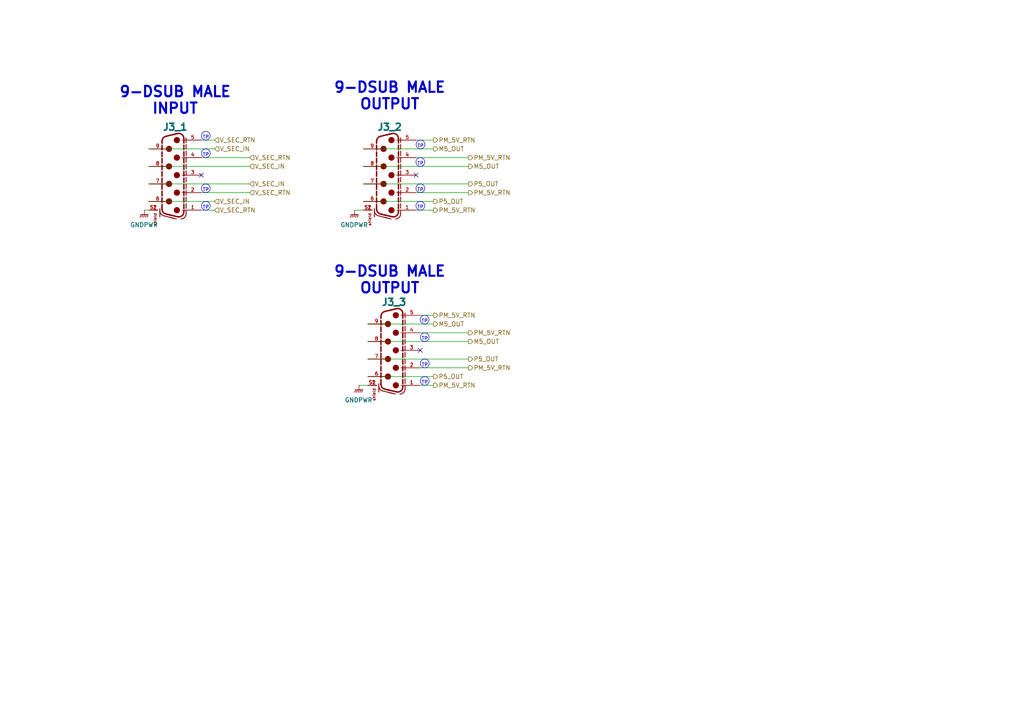
<source format=kicad_sch>
(kicad_sch
	(version 20250114)
	(generator "eeschema")
	(generator_version "9.0")
	(uuid "28582b8f-e411-4a26-9ef1-e64bb425344e")
	(paper "A4")
	(lib_symbols
		(symbol "Wurth_Elektronik:6180XX231121_618009231121"
			(pin_names
				(offset 1.016)
			)
			(exclude_from_sim no)
			(in_bom yes)
			(on_board yes)
			(property "Reference" "J"
				(at 13.78 1.66 0)
				(effects
					(font
						(size 1.27 1.27)
					)
					(justify left bottom)
				)
			)
			(property "Value" "618009231121"
				(at 0 0 0)
				(effects
					(font
						(size 1.27 1.27)
					)
					(justify bottom)
					(hide yes)
				)
			)
			(property "Footprint" "6180XX231121_618009231121:618009231121"
				(at 0 0 0)
				(effects
					(font
						(size 1.27 1.27)
					)
					(justify bottom)
					(hide yes)
				)
			)
			(property "Datasheet" "https://www.we-online.com/components/products/datasheet/618009231121.pdf"
				(at 0 0 0)
				(effects
					(font
						(size 1.27 1.27)
					)
					(hide yes)
				)
			)
			(property "Description" "9 Position D-Sub Plug, Male Pins Connector"
				(at 0 0 0)
				(effects
					(font
						(size 1.27 1.27)
					)
					(hide yes)
				)
			)
			(property "Manufacturer" "Würth Elektronik"
				(at 0 0 0)
				(effects
					(font
						(size 1.27 1.27)
					)
					(justify bottom)
					(hide yes)
				)
			)
			(property "Description_1" "\nSOCKET, D SUB, PCB, R/A, 9WAY; No. of Contacts:9Contacts; Gender:Receptacle; Contact Termination Type:Solder; D Sub Shell Size:DE; Product Range:WR-DSUB Series; Connector Body Material:Steel Body; Contact Material:Copper Alloy; Contact Plating:Gold Plated Contacts; SVHC:Lead (15-Jan-2019); Connector Mounting:Through Hole Mount Right Angle; Contact Termination:Solder; D Sub Connector Type:Standard; No. of Mating Cycles:50\n"
				(at 0 0 0)
				(effects
					(font
						(size 1.27 1.27)
					)
					(justify bottom)
					(hide yes)
				)
			)
			(property "Package" "-"
				(at 0 0 0)
				(effects
					(font
						(size 1.27 1.27)
					)
					(justify bottom)
					(hide yes)
				)
			)
			(property "Purchase-URL" "https://www.snapeda.com/api/url_track_click_mouser/?unipart_id=1118240&manufacturer=Würth Elektronik&part_name=618009231121&search_term=618009231121"
				(at 0 0 0)
				(effects
					(font
						(size 1.27 1.27)
					)
					(justify bottom)
					(hide yes)
				)
			)
			(property "GENDER" "Female"
				(at 0 0 0)
				(effects
					(font
						(size 1.27 1.27)
					)
					(justify bottom)
					(hide yes)
				)
			)
			(property "Price" "None"
				(at 0 0 0)
				(effects
					(font
						(size 1.27 1.27)
					)
					(justify bottom)
					(hide yes)
				)
			)
			(property "PART-NUMBER" "618009231121"
				(at 0 0 0)
				(effects
					(font
						(size 1.27 1.27)
					)
					(justify bottom)
					(hide yes)
				)
			)
			(property "SnapEDA_Link" "https://www.snapeda.com/parts/618009231121/Wurth+Elektronik/view-part/?ref=snap"
				(at 0 0 0)
				(effects
					(font
						(size 1.27 1.27)
					)
					(justify bottom)
					(hide yes)
				)
			)
			(property "DATASHEET-URL" "https://www.we-online.com/redexpert/spec/618009231121?ae"
				(at 0 0 0)
				(effects
					(font
						(size 1.27 1.27)
					)
					(justify bottom)
					(hide yes)
				)
			)
			(property "Man. Part Num" "618009231121"
				(at 0 0 0)
				(effects
					(font
						(size 1.27 1.27)
					)
					(justify bottom)
					(hide yes)
				)
			)
			(property "WORKING-VOLTAGE" "125 V(AC)"
				(at 0 0 0)
				(effects
					(font
						(size 1.27 1.27)
					)
					(justify bottom)
					(hide yes)
				)
			)
			(property "PINS" "9"
				(at 0 0 0)
				(effects
					(font
						(size 1.27 1.27)
					)
					(justify bottom)
					(hide yes)
				)
			)
			(property "WE-NUMBER" "618009231121"
				(at 0 0 0)
				(effects
					(font
						(size 1.27 1.27)
					)
					(justify bottom)
					(hide yes)
				)
			)
			(property "TYPE" "Angled"
				(at 0 0 0)
				(effects
					(font
						(size 1.27 1.27)
					)
					(justify bottom)
					(hide yes)
				)
			)
			(property "Availability" "In Stock"
				(at 0 0 0)
				(effects
					(font
						(size 1.27 1.27)
					)
					(justify bottom)
					(hide yes)
				)
			)
			(property "Check_prices" "https://www.snapeda.com/parts/618009231121/Wurth+Elektronik/view-part/?ref=eda"
				(at 0 0 0)
				(effects
					(font
						(size 1.27 1.27)
					)
					(justify bottom)
					(hide yes)
				)
			)
			(property "Part Type" "Through Hole"
				(at 0 0 0)
				(effects
					(font
						(size 1.27 1.27)
					)
					(hide yes)
				)
			)
			(property "Distributor" "Digi-Key"
				(at 0 0 0)
				(effects
					(font
						(size 1.27 1.27)
					)
					(hide yes)
				)
			)
			(property "Dist. Part Num" "732-618009231121-ND"
				(at 0 0 0)
				(effects
					(font
						(size 1.27 1.27)
					)
					(hide yes)
				)
			)
			(property "Notes" ""
				(at 0 0 0)
				(effects
					(font
						(size 1.27 1.27)
					)
					(hide yes)
				)
			)
			(symbol "6180XX231121_618009231121_0_0"
				(polyline
					(pts
						(xy -11.7108 -0.8009) (xy -12.0642 0.6952)
					)
					(stroke
						(width 0.4064)
						(type default)
					)
					(fill
						(type none)
					)
				)
				(polyline
					(pts
						(xy -11.2729 -2.6548) (xy -11.9182 0.0772)
					)
					(stroke
						(width 0.4064)
						(type default)
					)
					(fill
						(type none)
					)
				)
				(polyline
					(pts
						(xy -10.795 3.175) (xy -9.4305 3.175)
					)
					(stroke
						(width 0.254)
						(type default)
					)
					(fill
						(type none)
					)
				)
				(polyline
					(pts
						(xy -10.6044 2.54) (xy -9.3113 2.54)
					)
					(stroke
						(width 0.4064)
						(type default)
					)
					(fill
						(type none)
					)
				)
				(arc
					(start -12.0642 0.6952)
					(mid -11.7806 1.9708)
					(end -10.6044 2.54)
					(stroke
						(width 0.4064)
						(type default)
					)
					(fill
						(type none)
					)
				)
				(polyline
					(pts
						(xy -10.16 2.58) (xy -10.16 1.935)
					)
					(stroke
						(width 0.1524)
						(type default)
					)
					(fill
						(type none)
					)
				)
				(polyline
					(pts
						(xy -10.16 0.675) (xy -10.16 1.3)
					)
					(stroke
						(width 0.1524)
						(type default)
					)
					(fill
						(type none)
					)
				)
				(circle
					(center -10.16 0.508)
					(radius 0.762)
					(stroke
						(width 0.254)
						(type default)
					)
					(fill
						(type outline)
					)
				)
				(arc
					(start -9.8131 -3.81)
					(mid -10.7439 -3.4862)
					(end -11.2729 -2.6548)
					(stroke
						(width 0.4064)
						(type default)
					)
					(fill
						(type none)
					)
				)
				(polyline
					(pts
						(xy -9.237 -3.81) (xy -9.8131 -3.81)
					)
					(stroke
						(width 0.4064)
						(type default)
					)
					(fill
						(type none)
					)
				)
				(polyline
					(pts
						(xy -8.89 3.175) (xy -7.5255 3.175)
					)
					(stroke
						(width 0.254)
						(type default)
					)
					(fill
						(type none)
					)
				)
				(polyline
					(pts
						(xy -8.6994 2.54) (xy -7.4063 2.54)
					)
					(stroke
						(width 0.4064)
						(type default)
					)
					(fill
						(type none)
					)
				)
				(circle
					(center -7.62 -1.778)
					(radius 0.762)
					(stroke
						(width 0.254)
						(type default)
					)
					(fill
						(type outline)
					)
				)
				(polyline
					(pts
						(xy -7.332 -3.81) (xy -8.6596 -3.81)
					)
					(stroke
						(width 0.4064)
						(type default)
					)
					(fill
						(type none)
					)
				)
				(polyline
					(pts
						(xy -6.985 3.175) (xy -5.6205 3.175)
					)
					(stroke
						(width 0.254)
						(type default)
					)
					(fill
						(type none)
					)
				)
				(polyline
					(pts
						(xy -6.7944 2.54) (xy -5.5013 2.54)
					)
					(stroke
						(width 0.4064)
						(type default)
					)
					(fill
						(type none)
					)
				)
				(polyline
					(pts
						(xy -5.427 -3.81) (xy -6.7546 -3.81)
					)
					(stroke
						(width 0.4064)
						(type default)
					)
					(fill
						(type none)
					)
				)
				(polyline
					(pts
						(xy -5.08 3.175) (xy -3.7155 3.175)
					)
					(stroke
						(width 0.254)
						(type default)
					)
					(fill
						(type none)
					)
				)
				(polyline
					(pts
						(xy -5.08 2.58) (xy -5.08 1.935)
					)
					(stroke
						(width 0.1524)
						(type default)
					)
					(fill
						(type none)
					)
				)
				(polyline
					(pts
						(xy -5.08 0.675) (xy -5.08 1.3)
					)
					(stroke
						(width 0.1524)
						(type default)
					)
					(fill
						(type none)
					)
				)
				(circle
					(center -5.08 0.508)
					(radius 0.762)
					(stroke
						(width 0.254)
						(type default)
					)
					(fill
						(type outline)
					)
				)
				(polyline
					(pts
						(xy -4.8894 2.54) (xy -3.5963 2.54)
					)
					(stroke
						(width 0.4064)
						(type default)
					)
					(fill
						(type none)
					)
				)
				(polyline
					(pts
						(xy -3.522 -3.81) (xy -4.8496 -3.81)
					)
					(stroke
						(width 0.4064)
						(type default)
					)
					(fill
						(type none)
					)
				)
				(polyline
					(pts
						(xy -3.175 3.175) (xy -1.8105 3.175)
					)
					(stroke
						(width 0.254)
						(type default)
					)
					(fill
						(type none)
					)
				)
				(polyline
					(pts
						(xy -2.9844 2.54) (xy -1.6913 2.54)
					)
					(stroke
						(width 0.4064)
						(type default)
					)
					(fill
						(type none)
					)
				)
				(circle
					(center -2.54 -1.778)
					(radius 0.762)
					(stroke
						(width 0.254)
						(type default)
					)
					(fill
						(type outline)
					)
				)
				(polyline
					(pts
						(xy -1.617 -3.81) (xy -2.9446 -3.81)
					)
					(stroke
						(width 0.4064)
						(type default)
					)
					(fill
						(type none)
					)
				)
				(polyline
					(pts
						(xy -1.27 3.175) (xy 0.0945 3.175)
					)
					(stroke
						(width 0.254)
						(type default)
					)
					(fill
						(type none)
					)
				)
				(polyline
					(pts
						(xy -1.0794 2.54) (xy 0.2137 2.54)
					)
					(stroke
						(width 0.4064)
						(type default)
					)
					(fill
						(type none)
					)
				)
				(polyline
					(pts
						(xy 0 2.58) (xy 0 1.935)
					)
					(stroke
						(width 0.1524)
						(type default)
					)
					(fill
						(type none)
					)
				)
				(polyline
					(pts
						(xy 0 0.675) (xy 0 1.3)
					)
					(stroke
						(width 0.1524)
						(type default)
					)
					(fill
						(type none)
					)
				)
				(circle
					(center 0 0.508)
					(radius 0.762)
					(stroke
						(width 0.254)
						(type default)
					)
					(fill
						(type outline)
					)
				)
				(polyline
					(pts
						(xy 0.288 -3.81) (xy -1.0396 -3.81)
					)
					(stroke
						(width 0.4064)
						(type default)
					)
					(fill
						(type none)
					)
				)
				(polyline
					(pts
						(xy 0.635 3.175) (xy 1.9996 3.175)
					)
					(stroke
						(width 0.254)
						(type default)
					)
					(fill
						(type none)
					)
				)
				(polyline
					(pts
						(xy 0.8256 2.54) (xy 2.1187 2.54)
					)
					(stroke
						(width 0.4064)
						(type default)
					)
					(fill
						(type none)
					)
				)
				(polyline
					(pts
						(xy 2.1931 -3.81) (xy 0.8654 -3.81)
					)
					(stroke
						(width 0.4064)
						(type default)
					)
					(fill
						(type none)
					)
				)
				(polyline
					(pts
						(xy 2.54 3.175) (xy 3.9046 3.175)
					)
					(stroke
						(width 0.254)
						(type default)
					)
					(fill
						(type none)
					)
				)
				(circle
					(center 2.54 -1.778)
					(radius 0.762)
					(stroke
						(width 0.254)
						(type default)
					)
					(fill
						(type outline)
					)
				)
				(polyline
					(pts
						(xy 2.7306 2.54) (xy 4.0237 2.54)
					)
					(stroke
						(width 0.4064)
						(type default)
					)
					(fill
						(type none)
					)
				)
				(polyline
					(pts
						(xy 4.0981 -3.81) (xy 2.7704 -3.81)
					)
					(stroke
						(width 0.4064)
						(type default)
					)
					(fill
						(type none)
					)
				)
				(polyline
					(pts
						(xy 4.445 3.175) (xy 5.8096 3.175)
					)
					(stroke
						(width 0.254)
						(type default)
					)
					(fill
						(type none)
					)
				)
				(polyline
					(pts
						(xy 4.6356 2.54) (xy 5.9287 2.54)
					)
					(stroke
						(width 0.4064)
						(type default)
					)
					(fill
						(type none)
					)
				)
				(polyline
					(pts
						(xy 5.08 2.58) (xy 5.08 1.935)
					)
					(stroke
						(width 0.1524)
						(type default)
					)
					(fill
						(type none)
					)
				)
				(polyline
					(pts
						(xy 5.08 0.675) (xy 5.08 1.3)
					)
					(stroke
						(width 0.1524)
						(type default)
					)
					(fill
						(type none)
					)
				)
				(circle
					(center 5.08 0.508)
					(radius 0.762)
					(stroke
						(width 0.254)
						(type default)
					)
					(fill
						(type outline)
					)
				)
				(polyline
					(pts
						(xy 6.0031 -3.81) (xy 4.6754 -3.81)
					)
					(stroke
						(width 0.4064)
						(type default)
					)
					(fill
						(type none)
					)
				)
				(polyline
					(pts
						(xy 6.35 3.175) (xy 7.7146 3.175)
					)
					(stroke
						(width 0.254)
						(type default)
					)
					(fill
						(type none)
					)
				)
				(polyline
					(pts
						(xy 6.5406 2.54) (xy 7.8337 2.54)
					)
					(stroke
						(width 0.4064)
						(type default)
					)
					(fill
						(type none)
					)
				)
				(circle
					(center 7.62 -1.778)
					(radius 0.762)
					(stroke
						(width 0.254)
						(type default)
					)
					(fill
						(type outline)
					)
				)
				(polyline
					(pts
						(xy 7.9081 -3.81) (xy 6.5804 -3.81)
					)
					(stroke
						(width 0.4064)
						(type default)
					)
					(fill
						(type none)
					)
				)
				(polyline
					(pts
						(xy 8.255 3.175) (xy 9.6196 3.175)
					)
					(stroke
						(width 0.254)
						(type default)
					)
					(fill
						(type none)
					)
				)
				(polyline
					(pts
						(xy 8.4456 2.54) (xy 9.7387 2.54)
					)
					(stroke
						(width 0.4064)
						(type default)
					)
					(fill
						(type none)
					)
				)
				(arc
					(start 11.2729 -2.6548)
					(mid 10.7439 -3.4863)
					(end 9.8131 -3.81)
					(stroke
						(width 0.4064)
						(type default)
					)
					(fill
						(type none)
					)
				)
				(polyline
					(pts
						(xy 9.8131 -3.81) (xy 8.4854 -3.81)
					)
					(stroke
						(width 0.4064)
						(type default)
					)
					(fill
						(type none)
					)
				)
				(polyline
					(pts
						(xy 10.16 3.175) (xy 11.2 3.175)
					)
					(stroke
						(width 0.254)
						(type default)
					)
					(fill
						(type none)
					)
				)
				(polyline
					(pts
						(xy 10.16 2.58) (xy 10.16 1.935)
					)
					(stroke
						(width 0.1524)
						(type default)
					)
					(fill
						(type none)
					)
				)
				(polyline
					(pts
						(xy 10.16 0.675) (xy 10.16 1.3)
					)
					(stroke
						(width 0.1524)
						(type default)
					)
					(fill
						(type none)
					)
				)
				(circle
					(center 10.16 0.508)
					(radius 0.762)
					(stroke
						(width 0.254)
						(type default)
					)
					(fill
						(type outline)
					)
				)
				(polyline
					(pts
						(xy 10.16 -4.445) (xy 10.16 -4.445)
					)
					(stroke
						(width 0.254)
						(type default)
					)
					(fill
						(type none)
					)
				)
				(polyline
					(pts
						(xy 10.16 -6.35) (xy 10.16 -5.08)
					)
					(stroke
						(width 0.254)
						(type default)
					)
					(fill
						(type none)
					)
				)
				(polyline
					(pts
						(xy 10.2 -4.44) (xy 9.6938 -4.44)
					)
					(stroke
						(width 0.254)
						(type default)
					)
					(fill
						(type none)
					)
				)
				(arc
					(start 11.7841 -3.3038)
					(mid 11.2519 -4.1219)
					(end 10.3288 -4.44)
					(stroke
						(width 0.254)
						(type default)
					)
					(fill
						(type none)
					)
				)
				(polyline
					(pts
						(xy 10.3506 2.54) (xy 10.6044 2.54)
					)
					(stroke
						(width 0.4064)
						(type default)
					)
					(fill
						(type none)
					)
				)
				(arc
					(start 10.6044 2.54)
					(mid 11.7804 1.9707)
					(end 12.0642 0.6952)
					(stroke
						(width 0.4064)
						(type default)
					)
					(fill
						(type none)
					)
				)
				(arc
					(start 11.2 3.175)
					(mid 12.2607 2.7357)
					(end 12.7 1.675)
					(stroke
						(width 0.254)
						(type default)
					)
					(fill
						(type none)
					)
				)
				(polyline
					(pts
						(xy 11.6263 -1.1588) (xy 11.2729 -2.6548)
					)
					(stroke
						(width 0.4064)
						(type default)
					)
					(fill
						(type none)
					)
				)
				(polyline
					(pts
						(xy 11.7841 -3.3038) (xy 12.546 -0.256)
					)
					(stroke
						(width 0.254)
						(type default)
					)
					(fill
						(type none)
					)
				)
				(polyline
					(pts
						(xy 12.0642 0.6952) (xy 11.4189 -2.0369)
					)
					(stroke
						(width 0.4064)
						(type default)
					)
					(fill
						(type none)
					)
				)
				(polyline
					(pts
						(xy 12.105 -4.44) (xy 10.3288 -4.44)
					)
					(stroke
						(width 0.254)
						(type default)
					)
					(fill
						(type none)
					)
				)
				(polyline
					(pts
						(xy 12.2461 -1.4557) (xy 12.7 0.36)
					)
					(stroke
						(width 0.254)
						(type default)
					)
					(fill
						(type none)
					)
				)
				(text "shield"
					(at 10.9 -5.32 0)
					(effects
						(font
							(size 0.8128 0.8128)
						)
						(justify left bottom)
					)
				)
				(pin bidirectional line
					(at -10.16 7.62 270)
					(length 5.08)
					(name "~"
						(effects
							(font
								(size 1.016 1.016)
							)
						)
					)
					(number "5"
						(effects
							(font
								(size 1.016 1.016)
							)
						)
					)
				)
				(pin bidirectional line
					(at -7.62 -7.62 90)
					(length 5.08)
					(name "~"
						(effects
							(font
								(size 1.016 1.016)
							)
						)
					)
					(number "9"
						(effects
							(font
								(size 1.016 1.016)
							)
						)
					)
				)
				(pin bidirectional line
					(at -5.08 7.62 270)
					(length 5.08)
					(name "~"
						(effects
							(font
								(size 1.016 1.016)
							)
						)
					)
					(number "4"
						(effects
							(font
								(size 1.016 1.016)
							)
						)
					)
				)
				(pin bidirectional line
					(at -2.54 -7.62 90)
					(length 5.08)
					(name "~"
						(effects
							(font
								(size 1.016 1.016)
							)
						)
					)
					(number "8"
						(effects
							(font
								(size 1.016 1.016)
							)
						)
					)
				)
				(pin bidirectional line
					(at 0 7.62 270)
					(length 5.08)
					(name "~"
						(effects
							(font
								(size 1.016 1.016)
							)
						)
					)
					(number "3"
						(effects
							(font
								(size 1.016 1.016)
							)
						)
					)
				)
				(pin bidirectional line
					(at 2.54 -7.62 90)
					(length 5.08)
					(name "~"
						(effects
							(font
								(size 1.016 1.016)
							)
						)
					)
					(number "7"
						(effects
							(font
								(size 1.016 1.016)
							)
						)
					)
				)
				(pin bidirectional line
					(at 5.08 7.62 270)
					(length 5.08)
					(name "~"
						(effects
							(font
								(size 1.016 1.016)
							)
						)
					)
					(number "2"
						(effects
							(font
								(size 1.016 1.016)
							)
						)
					)
				)
				(pin bidirectional line
					(at 10.16 7.62 270)
					(length 5.08)
					(name "~"
						(effects
							(font
								(size 1.016 1.016)
							)
						)
					)
					(number "1"
						(effects
							(font
								(size 1.016 1.016)
							)
						)
					)
				)
				(pin bidirectional line
					(at 10.16 -7.62 90)
					(length 2.54)
					(name "~"
						(effects
							(font
								(size 1.016 1.016)
							)
						)
					)
					(number "S2"
						(effects
							(font
								(size 1.016 1.016)
							)
						)
					)
				)
			)
			(symbol "6180XX231121_618009231121_1_0"
				(pin bidirectional line
					(at 7.62 -7.62 90)
					(length 5.08)
					(name "~"
						(effects
							(font
								(size 1.016 1.016)
							)
						)
					)
					(number "6"
						(effects
							(font
								(size 1.016 1.016)
							)
						)
					)
				)
				(pin bidirectional line
					(at 10.16 -7.62 90)
					(length 2.54)
					(name "~"
						(effects
							(font
								(size 1.016 1.016)
							)
						)
					)
					(number "S1"
						(effects
							(font
								(size 1.016 1.016)
							)
						)
					)
				)
			)
			(embedded_fonts no)
		)
		(symbol "power:GNDPWR"
			(power)
			(pin_numbers
				(hide yes)
			)
			(pin_names
				(offset 0)
				(hide yes)
			)
			(exclude_from_sim no)
			(in_bom yes)
			(on_board yes)
			(property "Reference" "#PWR"
				(at 0 -5.08 0)
				(effects
					(font
						(size 1.27 1.27)
					)
					(hide yes)
				)
			)
			(property "Value" "GNDPWR"
				(at 0 -3.302 0)
				(effects
					(font
						(size 1.27 1.27)
					)
				)
			)
			(property "Footprint" ""
				(at 0 -1.27 0)
				(effects
					(font
						(size 1.27 1.27)
					)
					(hide yes)
				)
			)
			(property "Datasheet" ""
				(at 0 -1.27 0)
				(effects
					(font
						(size 1.27 1.27)
					)
					(hide yes)
				)
			)
			(property "Description" "Power symbol creates a global label with name \"GNDPWR\" , global ground"
				(at 0 0 0)
				(effects
					(font
						(size 1.27 1.27)
					)
					(hide yes)
				)
			)
			(property "ki_keywords" "global ground"
				(at 0 0 0)
				(effects
					(font
						(size 1.27 1.27)
					)
					(hide yes)
				)
			)
			(symbol "GNDPWR_0_1"
				(polyline
					(pts
						(xy -1.016 -1.27) (xy -1.27 -2.032) (xy -1.27 -2.032)
					)
					(stroke
						(width 0.2032)
						(type default)
					)
					(fill
						(type none)
					)
				)
				(polyline
					(pts
						(xy -0.508 -1.27) (xy -0.762 -2.032) (xy -0.762 -2.032)
					)
					(stroke
						(width 0.2032)
						(type default)
					)
					(fill
						(type none)
					)
				)
				(polyline
					(pts
						(xy 0 -1.27) (xy 0 0)
					)
					(stroke
						(width 0)
						(type default)
					)
					(fill
						(type none)
					)
				)
				(polyline
					(pts
						(xy 0 -1.27) (xy -0.254 -2.032) (xy -0.254 -2.032)
					)
					(stroke
						(width 0.2032)
						(type default)
					)
					(fill
						(type none)
					)
				)
				(polyline
					(pts
						(xy 0.508 -1.27) (xy 0.254 -2.032) (xy 0.254 -2.032)
					)
					(stroke
						(width 0.2032)
						(type default)
					)
					(fill
						(type none)
					)
				)
				(polyline
					(pts
						(xy 1.016 -1.27) (xy -1.016 -1.27) (xy -1.016 -1.27)
					)
					(stroke
						(width 0.2032)
						(type default)
					)
					(fill
						(type none)
					)
				)
				(polyline
					(pts
						(xy 1.016 -1.27) (xy 0.762 -2.032) (xy 0.762 -2.032) (xy 0.762 -2.032)
					)
					(stroke
						(width 0.2032)
						(type default)
					)
					(fill
						(type none)
					)
				)
			)
			(symbol "GNDPWR_1_1"
				(pin power_in line
					(at 0 0 270)
					(length 0)
					(name "~"
						(effects
							(font
								(size 1.27 1.27)
							)
						)
					)
					(number "1"
						(effects
							(font
								(size 1.27 1.27)
							)
						)
					)
				)
			)
			(embedded_fonts no)
		)
	)
	(circle
		(center 59.69 39.37)
		(radius 1.27)
		(stroke
			(width 0)
			(type default)
		)
		(fill
			(type none)
		)
		(uuid 1611ae34-9ad1-4527-9f74-0ab4e9c791a7)
	)
	(circle
		(center 123.158 92.71)
		(radius 1.27)
		(stroke
			(width 0)
			(type default)
		)
		(fill
			(type none)
		)
		(uuid 48c9cefe-1d5e-4d54-b7b2-9b5e835984d9)
	)
	(circle
		(center 123.19 110.49)
		(radius 1.27)
		(stroke
			(width 0)
			(type default)
		)
		(fill
			(type none)
		)
		(uuid 53555054-8783-4acf-8b6a-4b8445fe593d)
	)
	(circle
		(center 121.92 59.69)
		(radius 1.27)
		(stroke
			(width 0)
			(type default)
		)
		(fill
			(type none)
		)
		(uuid 5fe45be1-1d6b-4876-9dc9-9702380a8834)
	)
	(circle
		(center 121.9577 41.91)
		(radius 1.27)
		(stroke
			(width 0)
			(type default)
		)
		(fill
			(type none)
		)
		(uuid 772c5aca-94df-46d3-8794-3a8918ed6602)
	)
	(circle
		(center 59.69 44.45)
		(radius 1.27)
		(stroke
			(width 0)
			(type default)
		)
		(fill
			(type none)
		)
		(uuid 8d792f01-964f-4025-aa93-9ce4666fc93c)
	)
	(circle
		(center 121.92 54.61)
		(radius 1.27)
		(stroke
			(width 0)
			(type default)
		)
		(fill
			(type none)
		)
		(uuid 99f6b306-c237-4cfd-bfc1-8faebc0bcb50)
	)
	(circle
		(center 123.206 105.41)
		(radius 1.27)
		(stroke
			(width 0)
			(type default)
		)
		(fill
			(type none)
		)
		(uuid c1225f42-6184-4412-b66a-642af21ef686)
	)
	(circle
		(center 121.92 46.99)
		(radius 1.27)
		(stroke
			(width 0)
			(type default)
		)
		(fill
			(type none)
		)
		(uuid da33328b-000c-4caf-8bf9-b69b19f26549)
	)
	(circle
		(center 59.69 54.61)
		(radius 1.27)
		(stroke
			(width 0)
			(type default)
		)
		(fill
			(type none)
		)
		(uuid e6823f25-879a-49cf-adb1-d65c1fb2a7cb)
	)
	(circle
		(center 123.19 97.79)
		(radius 1.27)
		(stroke
			(width 0)
			(type default)
		)
		(fill
			(type none)
		)
		(uuid e7c440aa-8b4a-4319-8872-5b41a3182682)
	)
	(circle
		(center 59.69 59.69)
		(radius 1.27)
		(stroke
			(width 0)
			(type default)
		)
		(fill
			(type none)
		)
		(uuid f1e07684-542b-4400-89be-ebd5dcd4dac1)
	)
	(text "TP"
		(exclude_from_sim no)
		(at 59.69 39.37 0)
		(effects
			(font
				(size 1 1)
			)
			(justify top)
		)
		(uuid "007dad83-3d2a-43f9-99af-c65bed989add")
	)
	(text "TP"
		(exclude_from_sim no)
		(at 121.92 46.99 0)
		(effects
			(font
				(size 1 1)
			)
			(justify top)
		)
		(uuid "033d0d90-c1ff-48d7-908f-fbf6bd4e0b5d")
	)
	(text "9-DSUB MALE\nOUTPUT"
		(exclude_from_sim no)
		(at 113.03 81.28 0)
		(effects
			(font
				(size 3 3)
				(thickness 0.6)
				(bold yes)
			)
		)
		(uuid "0e7d80b0-65ef-4a35-b7f9-32841ac311a9")
	)
	(text "TP"
		(exclude_from_sim no)
		(at 59.69 44.45 0)
		(effects
			(font
				(size 1 1)
			)
			(justify top)
		)
		(uuid "6bd372cf-d1af-48ad-b734-db9b834c578f")
	)
	(text "TP"
		(exclude_from_sim no)
		(at 123.19 97.79 0)
		(effects
			(font
				(size 1 1)
			)
			(justify top)
		)
		(uuid "6f9931c7-ba23-49ac-a182-e1bcfbb7a36f")
	)
	(text "9-DSUB MALE\nOUTPUT"
		(exclude_from_sim no)
		(at 113.03 27.94 0)
		(effects
			(font
				(size 3 3)
				(thickness 0.6)
				(bold yes)
			)
		)
		(uuid "78b488f7-13c2-4d25-8f80-bd10214ec58f")
	)
	(text "TP"
		(exclude_from_sim no)
		(at 123.19 110.49 0)
		(effects
			(font
				(size 1 1)
			)
			(justify top)
		)
		(uuid "8b27f333-69d3-4ec2-8c52-fae3dec299c2")
	)
	(text "TP"
		(exclude_from_sim no)
		(at 59.69 54.61 0)
		(effects
			(font
				(size 1 1)
			)
			(justify top)
		)
		(uuid "8bcefd7a-199b-4c16-8883-6a45f886d764")
	)
	(text "TP"
		(exclude_from_sim no)
		(at 59.69 59.69 0)
		(effects
			(font
				(size 1 1)
			)
			(justify top)
		)
		(uuid "aed048d0-7fb0-4b53-9429-c1057da08eb2")
	)
	(text "TP"
		(exclude_from_sim no)
		(at 121.92 59.69 0)
		(effects
			(font
				(size 1 1)
			)
			(justify top)
		)
		(uuid "c15a0a95-0528-456f-bbc4-703b0395ed88")
	)
	(text "TP"
		(exclude_from_sim no)
		(at 121.9577 41.91 0)
		(effects
			(font
				(size 1 1)
			)
			(justify top)
		)
		(uuid "cef794fa-7865-46fc-ad27-bbad5650a11f")
	)
	(text "TP"
		(exclude_from_sim no)
		(at 123.158 92.71 0)
		(effects
			(font
				(size 1 1)
			)
			(justify top)
		)
		(uuid "cf575c8c-0e21-4392-badc-77f09090de26")
	)
	(text "TP"
		(exclude_from_sim no)
		(at 123.206 105.41 0)
		(effects
			(font
				(size 1 1)
			)
			(justify top)
		)
		(uuid "d899f34d-2d6f-4da3-9630-80df6ddc47a7")
	)
	(text "9-DSUB MALE\nINPUT"
		(exclude_from_sim no)
		(at 50.8 29.21 0)
		(effects
			(font
				(size 3 3)
				(thickness 0.6)
				(bold yes)
			)
		)
		(uuid "d954ab23-bcc2-4ad4-8eb1-aab5b9ae488a")
	)
	(text "TP"
		(exclude_from_sim no)
		(at 121.92 54.61 0)
		(effects
			(font
				(size 1 1)
			)
			(justify top)
		)
		(uuid "fabc620f-1ee6-49af-858a-8f0ecadb79a4")
	)
	(no_connect
		(at 120.65 50.8)
		(uuid "38bb32ff-916b-4159-b22c-f817e27a11a5")
	)
	(no_connect
		(at 58.42 50.8)
		(uuid "53cb8fb8-53e5-49f6-8be1-64be01188c58")
	)
	(no_connect
		(at 121.92 101.6)
		(uuid "c0580e3d-db9d-408c-9947-f52d2076c165")
	)
	(wire
		(pts
			(xy 125.73 91.44) (xy 121.92 91.44)
		)
		(stroke
			(width 0)
			(type default)
		)
		(uuid "0812f982-1cc0-49a1-9e5c-42954cba55db")
	)
	(wire
		(pts
			(xy 125.73 109.22) (xy 106.68 109.22)
		)
		(stroke
			(width 0)
			(type default)
		)
		(uuid "0d01a7c3-e320-49c7-9b9a-11c25392ff84")
	)
	(wire
		(pts
			(xy 125.73 40.64) (xy 120.65 40.64)
		)
		(stroke
			(width 0)
			(type default)
		)
		(uuid "14a3c758-da99-4a88-abf1-d9f26e3f2c92")
	)
	(wire
		(pts
			(xy 72.39 48.26) (xy 43.18 48.26)
		)
		(stroke
			(width 0)
			(type default)
		)
		(uuid "14dc1e8a-c161-4bf5-9a6c-49a612d11abd")
	)
	(wire
		(pts
			(xy 135.89 48.26) (xy 105.41 48.26)
		)
		(stroke
			(width 0)
			(type default)
		)
		(uuid "152da6a2-c555-4640-b4fd-06bbca7641bb")
	)
	(wire
		(pts
			(xy 102.87 60.96) (xy 105.41 60.96)
		)
		(stroke
			(width 0)
			(type default)
		)
		(uuid "20247a33-69a8-4a4a-b686-79c1d18a2200")
	)
	(wire
		(pts
			(xy 62.23 40.64) (xy 58.42 40.64)
		)
		(stroke
			(width 0)
			(type default)
		)
		(uuid "2f1c1b05-0085-4745-9849-f8cb0f98bd9e")
	)
	(wire
		(pts
			(xy 135.89 96.52) (xy 121.92 96.52)
		)
		(stroke
			(width 0)
			(type default)
		)
		(uuid "53b2999c-4ce9-4407-9576-e31021b76484")
	)
	(wire
		(pts
			(xy 135.89 99.06) (xy 106.68 99.06)
		)
		(stroke
			(width 0)
			(type default)
		)
		(uuid "5ffaaa8f-e720-4eeb-a7a1-e405c88081ee")
	)
	(wire
		(pts
			(xy 125.73 60.96) (xy 120.65 60.96)
		)
		(stroke
			(width 0)
			(type default)
		)
		(uuid "7514c90a-ac3f-4b29-9615-6c6d9aad1af2")
	)
	(wire
		(pts
			(xy 135.89 104.14) (xy 106.68 104.14)
		)
		(stroke
			(width 0)
			(type default)
		)
		(uuid "7b02b97e-330a-4254-b9d7-8ce42ff0615d")
	)
	(wire
		(pts
			(xy 135.89 55.88) (xy 120.65 55.88)
		)
		(stroke
			(width 0)
			(type default)
		)
		(uuid "9b75aa60-6097-4acd-af29-f630177875b3")
	)
	(wire
		(pts
			(xy 72.39 53.34) (xy 43.18 53.34)
		)
		(stroke
			(width 0)
			(type default)
		)
		(uuid "9bb681cf-40e5-4916-a0ff-74c731cdfd00")
	)
	(wire
		(pts
			(xy 125.73 93.98) (xy 106.68 93.98)
		)
		(stroke
			(width 0)
			(type default)
		)
		(uuid "9c51afec-1527-4b9b-9b5a-21f57fdfcfdf")
	)
	(wire
		(pts
			(xy 72.39 55.88) (xy 58.42 55.88)
		)
		(stroke
			(width 0)
			(type default)
		)
		(uuid "a1f89f22-f556-4347-b083-14a53e386b13")
	)
	(wire
		(pts
			(xy 135.89 106.68) (xy 121.92 106.68)
		)
		(stroke
			(width 0)
			(type default)
		)
		(uuid "acfab454-26d7-4a82-9110-a4799f1ff462")
	)
	(wire
		(pts
			(xy 62.23 58.42) (xy 43.18 58.42)
		)
		(stroke
			(width 0)
			(type default)
		)
		(uuid "b3b2b6df-1d11-4bfd-b813-dbc260194b3b")
	)
	(wire
		(pts
			(xy 135.89 53.34) (xy 105.41 53.34)
		)
		(stroke
			(width 0)
			(type default)
		)
		(uuid "b77cc65d-6f7d-42ef-94f8-5561b30553be")
	)
	(wire
		(pts
			(xy 125.73 58.42) (xy 105.41 58.42)
		)
		(stroke
			(width 0)
			(type default)
		)
		(uuid "bb8d66e8-4b94-4ba8-8760-4d073386a7f4")
	)
	(wire
		(pts
			(xy 104.14 111.76) (xy 106.68 111.76)
		)
		(stroke
			(width 0)
			(type default)
		)
		(uuid "bfd5b044-b91d-4d8d-8b31-fcdc31b852d2")
	)
	(wire
		(pts
			(xy 125.73 111.76) (xy 121.92 111.76)
		)
		(stroke
			(width 0)
			(type default)
		)
		(uuid "cc2fe3bc-bd23-4aae-b3b8-f963ea59ff7c")
	)
	(wire
		(pts
			(xy 135.89 45.72) (xy 120.65 45.72)
		)
		(stroke
			(width 0)
			(type default)
		)
		(uuid "cef694e7-be89-4d5e-8307-c016f29515ed")
	)
	(wire
		(pts
			(xy 41.91 60.96) (xy 43.18 60.96)
		)
		(stroke
			(width 0)
			(type default)
		)
		(uuid "dd7becf0-6159-4a66-89fc-762dcd14a5b1")
	)
	(wire
		(pts
			(xy 72.39 45.72) (xy 58.42 45.72)
		)
		(stroke
			(width 0)
			(type default)
		)
		(uuid "df73e886-dafc-438d-ba65-47b9475006be")
	)
	(wire
		(pts
			(xy 62.23 60.96) (xy 58.42 60.96)
		)
		(stroke
			(width 0)
			(type default)
		)
		(uuid "e1a40c2d-8b0d-4086-8149-345577f06a50")
	)
	(wire
		(pts
			(xy 62.23 43.18) (xy 43.18 43.18)
		)
		(stroke
			(width 0)
			(type default)
		)
		(uuid "edb9f9f8-ea4a-4f9a-9bda-39bda69d0bf6")
	)
	(wire
		(pts
			(xy 125.73 43.18) (xy 105.41 43.18)
		)
		(stroke
			(width 0)
			(type default)
		)
		(uuid "f5e1f24d-b019-4fc4-be33-a828a65d7575")
	)
	(hierarchical_label "PM_5V_RTN"
		(shape output)
		(at 135.89 106.68 0)
		(effects
			(font
				(size 1.27 1.27)
			)
			(justify left)
		)
		(uuid "05b2c597-5568-4e84-96d6-52fd41437a5c")
	)
	(hierarchical_label "PM_5V_RTN"
		(shape output)
		(at 125.73 40.64 0)
		(effects
			(font
				(size 1.27 1.27)
			)
			(justify left)
		)
		(uuid "0c8a5303-1b9a-4e33-88d9-d0803557883e")
	)
	(hierarchical_label "P5_OUT"
		(shape output)
		(at 135.89 53.34 0)
		(effects
			(font
				(size 1.27 1.27)
			)
			(justify left)
		)
		(uuid "16ff3111-30b0-4f8d-a0fe-9c1bf51c3332")
	)
	(hierarchical_label "M5_OUT"
		(shape output)
		(at 125.73 93.98 0)
		(effects
			(font
				(size 1.27 1.27)
			)
			(justify left)
		)
		(uuid "260e7e2f-f9a7-486e-8a43-b073ad1af80e")
	)
	(hierarchical_label "PM_5V_RTN"
		(shape output)
		(at 125.73 60.96 0)
		(effects
			(font
				(size 1.27 1.27)
			)
			(justify left)
		)
		(uuid "29bba159-3566-4208-9003-d5c9ed4a7dc0")
	)
	(hierarchical_label "PM_5V_RTN"
		(shape output)
		(at 125.73 91.44 0)
		(effects
			(font
				(size 1.27 1.27)
			)
			(justify left)
		)
		(uuid "2e6de56f-6dde-48b8-9401-08ac5cb622e9")
	)
	(hierarchical_label "V_SEC_RTN"
		(shape input)
		(at 72.39 55.88 0)
		(effects
			(font
				(size 1.27 1.27)
			)
			(justify left)
		)
		(uuid "419e1792-cc86-4db5-a689-1ff9bf9f8662")
	)
	(hierarchical_label "V_SEC_IN"
		(shape input)
		(at 62.23 43.18 0)
		(effects
			(font
				(size 1.27 1.27)
			)
			(justify left)
		)
		(uuid "43399195-31aa-445d-b444-efa386ca51d3")
	)
	(hierarchical_label "V_SEC_RTN"
		(shape input)
		(at 62.23 40.64 0)
		(effects
			(font
				(size 1.27 1.27)
			)
			(justify left)
		)
		(uuid "46659347-ecf8-4f3e-910d-2de865addd76")
	)
	(hierarchical_label "V_SEC_IN"
		(shape input)
		(at 62.23 58.42 0)
		(effects
			(font
				(size 1.27 1.27)
			)
			(justify left)
		)
		(uuid "5bb4c6b9-897d-4e4a-83ce-45cd017b5d11")
	)
	(hierarchical_label "PM_5V_RTN"
		(shape output)
		(at 135.89 96.52 0)
		(effects
			(font
				(size 1.27 1.27)
			)
			(justify left)
		)
		(uuid "5bd6df64-bd7c-44b1-9a38-5c937d1ef872")
	)
	(hierarchical_label "M5_OUT"
		(shape output)
		(at 125.73 43.18 0)
		(effects
			(font
				(size 1.27 1.27)
			)
			(justify left)
		)
		(uuid "645b61ae-24f6-4be7-9e69-25fd7a4419c9")
	)
	(hierarchical_label "V_SEC_RTN"
		(shape input)
		(at 62.23 60.96 0)
		(effects
			(font
				(size 1.27 1.27)
			)
			(justify left)
		)
		(uuid "6b9a3a1d-7ba9-497a-859a-704fbec4fb8b")
	)
	(hierarchical_label "P5_OUT"
		(shape output)
		(at 125.73 109.22 0)
		(effects
			(font
				(size 1.27 1.27)
			)
			(justify left)
		)
		(uuid "7323e1a7-6f2b-4e28-92fa-df76e9b9ddd6")
	)
	(hierarchical_label "M5_OUT"
		(shape output)
		(at 135.89 99.06 0)
		(effects
			(font
				(size 1.27 1.27)
			)
			(justify left)
		)
		(uuid "8162a39c-3ccb-4d0d-a5e9-33e21f7e487c")
	)
	(hierarchical_label "PM_5V_RTN"
		(shape output)
		(at 125.73 111.76 0)
		(effects
			(font
				(size 1.27 1.27)
			)
			(justify left)
		)
		(uuid "919bedc3-fb29-4826-bd81-c87b4d2d89b9")
	)
	(hierarchical_label "M5_OUT"
		(shape output)
		(at 135.89 48.26 0)
		(effects
			(font
				(size 1.27 1.27)
			)
			(justify left)
		)
		(uuid "9e31a407-2ea5-41ac-b445-67282832e5bd")
	)
	(hierarchical_label "PM_5V_RTN"
		(shape output)
		(at 135.89 45.72 0)
		(effects
			(font
				(size 1.27 1.27)
			)
			(justify left)
		)
		(uuid "ab2fc68e-920b-461f-847a-392879af8ddd")
	)
	(hierarchical_label "PM_5V_RTN"
		(shape output)
		(at 135.89 55.88 0)
		(effects
			(font
				(size 1.27 1.27)
			)
			(justify left)
		)
		(uuid "adfaef67-4298-40e1-9536-69083a459c78")
	)
	(hierarchical_label "P5_OUT"
		(shape output)
		(at 135.89 104.14 0)
		(effects
			(font
				(size 1.27 1.27)
			)
			(justify left)
		)
		(uuid "bbf8eafc-ccec-4397-91c8-87c830c1177f")
	)
	(hierarchical_label "V_SEC_IN"
		(shape input)
		(at 72.39 53.34 0)
		(effects
			(font
				(size 1.27 1.27)
			)
			(justify left)
		)
		(uuid "d0036dec-f185-448b-8288-a71316f1f6fa")
	)
	(hierarchical_label "P5_OUT"
		(shape output)
		(at 125.73 58.42 0)
		(effects
			(font
				(size 1.27 1.27)
			)
			(justify left)
		)
		(uuid "d8f9ab3b-70a8-48f2-83d0-e33ed4a597a2")
	)
	(hierarchical_label "V_SEC_IN"
		(shape input)
		(at 72.39 48.26 0)
		(effects
			(font
				(size 1.27 1.27)
			)
			(justify left)
		)
		(uuid "e9af5aef-5bb9-4cf5-ad0a-fdd8bf0504d0")
	)
	(hierarchical_label "V_SEC_RTN"
		(shape input)
		(at 72.39 45.72 0)
		(effects
			(font
				(size 1.27 1.27)
			)
			(justify left)
		)
		(uuid "f70fd926-59a8-49f8-b1fe-360c5fc12220")
	)
	(symbol
		(lib_id "Wurth_Elektronik:6180XX231121_618009231121")
		(at 50.8 50.8 270)
		(unit 1)
		(exclude_from_sim no)
		(in_bom yes)
		(on_board yes)
		(dnp no)
		(uuid "16e1277f-28b6-4053-aabf-5fa52b5bd340")
		(property "Reference" "J3_1"
			(at 50.8 36.83 90)
			(effects
				(font
					(size 2 2)
					(thickness 0.4)
					(bold yes)
				)
			)
		)
		(property "Value" "618009231221"
			(at 50.8 50.8 0)
			(effects
				(font
					(size 1.27 1.27)
				)
				(justify bottom)
				(hide yes)
			)
		)
		(property "Footprint" "6180XX231121_618009231121:618009231121"
			(at 50.8 50.8 0)
			(effects
				(font
					(size 1.27 1.27)
				)
				(justify bottom)
				(hide yes)
			)
		)
		(property "Datasheet" "https://www.we-online.com/components/products/datasheet/618009231121.pdf"
			(at 50.8 50.8 0)
			(effects
				(font
					(size 1.27 1.27)
				)
				(hide yes)
			)
		)
		(property "Description" "9 Position D-Sub Plug, Male Pins Connector"
			(at 50.8 50.8 0)
			(effects
				(font
					(size 1.27 1.27)
				)
				(hide yes)
			)
		)
		(property "SnapEDA_Link" "https://www.snapeda.com/parts/618009231121/Wurth+Elektronik/view-part/?ref=snap"
			(at 50.8 50.8 0)
			(effects
				(font
					(size 1.27 1.27)
				)
				(justify bottom)
				(hide yes)
			)
		)
		(property "Manufacturer" "Würth Elektronik"
			(at 50.8 50.8 0)
			(effects
				(font
					(size 1.27 1.27)
				)
				(justify bottom)
				(hide yes)
			)
		)
		(property "Description_1" "\nSOCKET, D SUB, PCB, R/A, 9WAY; No. of Contacts:9Contacts; Gender:Receptacle; Contact Termination Type:Solder; D Sub Shell Size:DE; Product Range:WR-DSUB Series; Connector Body Material:Steel Body; Contact Material:Copper Alloy; Contact Plating:Gold Plated Contacts; SVHC:Lead (15-Jan-2019); Connector Mounting:Through Hole Mount Right Angle; Contact Termination:Solder; D Sub Connector Type:Standard; No. of Mating Cycles:50\n"
			(at 50.8 50.8 0)
			(effects
				(font
					(size 1.27 1.27)
				)
				(justify bottom)
				(hide yes)
			)
		)
		(property "Package" "-"
			(at 50.8 50.8 0)
			(effects
				(font
					(size 1.27 1.27)
				)
				(justify bottom)
				(hide yes)
			)
		)
		(property "Purchase-URL" "https://www.snapeda.com/api/url_track_click_mouser/?unipart_id=1118240&manufacturer=Würth Elektronik&part_name=618009231121&search_term=618009231121"
			(at 50.8 50.8 0)
			(effects
				(font
					(size 1.27 1.27)
				)
				(justify bottom)
				(hide yes)
			)
		)
		(property "GENDER" "Female"
			(at 50.8 50.8 0)
			(effects
				(font
					(size 1.27 1.27)
				)
				(justify bottom)
				(hide yes)
			)
		)
		(property "Price" "None"
			(at 50.8 50.8 0)
			(effects
				(font
					(size 1.27 1.27)
				)
				(justify bottom)
				(hide yes)
			)
		)
		(property "PART-NUMBER" "618009231121"
			(at 50.8 50.8 0)
			(effects
				(font
					(size 1.27 1.27)
				)
				(justify bottom)
				(hide yes)
			)
		)
		(property "DATASHEET-URL" "https://www.we-online.com/redexpert/spec/618009231121?ae"
			(at 50.8 50.8 0)
			(effects
				(font
					(size 1.27 1.27)
				)
				(justify bottom)
				(hide yes)
			)
		)
		(property "Man. Part Num" "618009231121"
			(at 50.8 50.8 0)
			(effects
				(font
					(size 1.27 1.27)
				)
				(justify bottom)
				(hide yes)
			)
		)
		(property "WORKING-VOLTAGE" "125 V(AC)"
			(at 50.8 50.8 0)
			(effects
				(font
					(size 1.27 1.27)
				)
				(justify bottom)
				(hide yes)
			)
		)
		(property "PINS" "9"
			(at 50.8 50.8 0)
			(effects
				(font
					(size 1.27 1.27)
				)
				(justify bottom)
				(hide yes)
			)
		)
		(property "WE-NUMBER" "618009231121"
			(at 50.8 50.8 0)
			(effects
				(font
					(size 1.27 1.27)
				)
				(justify bottom)
				(hide yes)
			)
		)
		(property "TYPE" "Angled"
			(at 50.8 50.8 0)
			(effects
				(font
					(size 1.27 1.27)
				)
				(justify bottom)
				(hide yes)
			)
		)
		(property "Availability" "In Stock"
			(at 50.8 50.8 0)
			(effects
				(font
					(size 1.27 1.27)
				)
				(justify bottom)
				(hide yes)
			)
		)
		(property "Check_prices" "https://www.snapeda.com/parts/618009231121/Wurth+Elektronik/view-part/?ref=eda"
			(at 50.8 50.8 0)
			(effects
				(font
					(size 1.27 1.27)
				)
				(justify bottom)
				(hide yes)
			)
		)
		(property "Distributor" "Digi-Key"
			(at 50.8 50.8 0)
			(effects
				(font
					(size 1.27 1.27)
				)
				(hide yes)
			)
		)
		(property "Dist. Part Num" "732-618009231121-ND"
			(at 50.8 50.8 0)
			(effects
				(font
					(size 1.27 1.27)
				)
				(hide yes)
			)
		)
		(property "Part Type" "Through Hole"
			(at 50.8 50.8 0)
			(effects
				(font
					(size 1.27 1.27)
				)
				(hide yes)
			)
		)
		(property "Notes" ""
			(at 50.8 50.8 0)
			(effects
				(font
					(size 1.27 1.27)
				)
				(hide yes)
			)
		)
		(pin "9"
			(uuid "e8026834-c472-449e-a364-16d53ad68bd5")
		)
		(pin "3"
			(uuid "f7703923-759a-41c3-8684-63dda226113e")
		)
		(pin "1"
			(uuid "04f3a3cd-3c6f-4ddd-86d0-537637192602")
		)
		(pin "7"
			(uuid "8d3551c8-b953-49f4-9393-3b03989b866c")
		)
		(pin "6"
			(uuid "e0cc9d12-74d4-4476-a29a-4543722f3aac")
		)
		(pin "8"
			(uuid "611a5cf5-8198-445e-a152-3a35fcc69215")
		)
		(pin "S2"
			(uuid "a61ba0cd-4536-411d-9b32-f02efcb26bb2")
		)
		(pin "4"
			(uuid "a7554f72-056d-48a7-8d1e-7423bd247f19")
		)
		(pin "S1"
			(uuid "5a0f9d4a-a914-4cf8-a978-e1867e10a112")
		)
		(pin "5"
			(uuid "f479ade5-0a9e-4a90-8e01-ff610c91dc41")
		)
		(pin "2"
			(uuid "7a49fa6f-6e00-4abe-b57f-80dbd2685c3a")
		)
		(instances
			(project "6_WIRING_DIAGRAM"
				(path "/99d2acbf-9222-44b4-9cd1-53dce752648e/479e536a-e29e-45c3-b767-a8037597ae8c"
					(reference "J3_1")
					(unit 1)
				)
			)
		)
	)
	(symbol
		(lib_id "power:GNDPWR")
		(at 102.87 60.96 0)
		(unit 1)
		(exclude_from_sim no)
		(in_bom yes)
		(on_board yes)
		(dnp no)
		(fields_autoplaced yes)
		(uuid "1a46f561-93e5-4fb4-962a-509781a62ae0")
		(property "Reference" "#PWR04"
			(at 102.87 66.04 0)
			(effects
				(font
					(size 1.27 1.27)
				)
				(hide yes)
			)
		)
		(property "Value" "GNDPWR"
			(at 102.743 65.2224 0)
			(effects
				(font
					(size 1.27 1.27)
				)
			)
		)
		(property "Footprint" ""
			(at 102.87 62.23 0)
			(effects
				(font
					(size 1.27 1.27)
				)
				(hide yes)
			)
		)
		(property "Datasheet" ""
			(at 102.87 62.23 0)
			(effects
				(font
					(size 1.27 1.27)
				)
				(hide yes)
			)
		)
		(property "Description" "Power symbol creates a global label with name \"GNDPWR\" , global ground"
			(at 102.87 60.96 0)
			(effects
				(font
					(size 1.27 1.27)
				)
				(hide yes)
			)
		)
		(pin "1"
			(uuid "b8668e33-7803-4b0f-9f6d-75895d70f673")
		)
		(instances
			(project "6_WIRING_DIAGRAM"
				(path "/99d2acbf-9222-44b4-9cd1-53dce752648e/479e536a-e29e-45c3-b767-a8037597ae8c"
					(reference "#PWR04")
					(unit 1)
				)
			)
		)
	)
	(symbol
		(lib_id "power:GNDPWR")
		(at 41.91 60.96 0)
		(unit 1)
		(exclude_from_sim no)
		(in_bom yes)
		(on_board yes)
		(dnp no)
		(fields_autoplaced yes)
		(uuid "86926112-4fcc-42e5-b8b8-67f64c5b92c3")
		(property "Reference" "#PWR03"
			(at 41.91 66.04 0)
			(effects
				(font
					(size 1.27 1.27)
				)
				(hide yes)
			)
		)
		(property "Value" "GNDPWR"
			(at 41.783 65.2224 0)
			(effects
				(font
					(size 1.27 1.27)
				)
			)
		)
		(property "Footprint" ""
			(at 41.91 62.23 0)
			(effects
				(font
					(size 1.27 1.27)
				)
				(hide yes)
			)
		)
		(property "Datasheet" ""
			(at 41.91 62.23 0)
			(effects
				(font
					(size 1.27 1.27)
				)
				(hide yes)
			)
		)
		(property "Description" "Power symbol creates a global label with name \"GNDPWR\" , global ground"
			(at 41.91 60.96 0)
			(effects
				(font
					(size 1.27 1.27)
				)
				(hide yes)
			)
		)
		(pin "1"
			(uuid "717277f6-9498-4fb1-a290-bff0b2f39bd6")
		)
		(instances
			(project "6_WIRING_DIAGRAM"
				(path "/99d2acbf-9222-44b4-9cd1-53dce752648e/479e536a-e29e-45c3-b767-a8037597ae8c"
					(reference "#PWR03")
					(unit 1)
				)
			)
		)
	)
	(symbol
		(lib_id "Wurth_Elektronik:6180XX231121_618009231121")
		(at 114.3 101.6 270)
		(unit 1)
		(exclude_from_sim no)
		(in_bom yes)
		(on_board yes)
		(dnp no)
		(uuid "9d662bc7-7c92-4c83-9dd1-dfc02c2b1f1d")
		(property "Reference" "J3_3"
			(at 114.3 87.63 90)
			(effects
				(font
					(size 2 2)
					(thickness 0.4)
					(bold yes)
				)
			)
		)
		(property "Value" "618009231221"
			(at 114.3 101.6 0)
			(effects
				(font
					(size 1.27 1.27)
				)
				(justify bottom)
				(hide yes)
			)
		)
		(property "Footprint" "6180XX231121_618009231121:618009231121"
			(at 114.3 101.6 0)
			(effects
				(font
					(size 1.27 1.27)
				)
				(justify bottom)
				(hide yes)
			)
		)
		(property "Datasheet" "https://www.we-online.com/components/products/datasheet/618009231121.pdf"
			(at 114.3 101.6 0)
			(effects
				(font
					(size 1.27 1.27)
				)
				(hide yes)
			)
		)
		(property "Description" "9 Position D-Sub Plug, Male Pins Connector"
			(at 114.3 101.6 0)
			(effects
				(font
					(size 1.27 1.27)
				)
				(hide yes)
			)
		)
		(property "SnapEDA_Link" "https://www.snapeda.com/parts/618009231121/Wurth+Elektronik/view-part/?ref=snap"
			(at 114.3 101.6 0)
			(effects
				(font
					(size 1.27 1.27)
				)
				(justify bottom)
				(hide yes)
			)
		)
		(property "Manufacturer" "Würth Elektronik"
			(at 114.3 101.6 0)
			(effects
				(font
					(size 1.27 1.27)
				)
				(justify bottom)
				(hide yes)
			)
		)
		(property "Description_1" "\nSOCKET, D SUB, PCB, R/A, 9WAY; No. of Contacts:9Contacts; Gender:Receptacle; Contact Termination Type:Solder; D Sub Shell Size:DE; Product Range:WR-DSUB Series; Connector Body Material:Steel Body; Contact Material:Copper Alloy; Contact Plating:Gold Plated Contacts; SVHC:Lead (15-Jan-2019); Connector Mounting:Through Hole Mount Right Angle; Contact Termination:Solder; D Sub Connector Type:Standard; No. of Mating Cycles:50\n"
			(at 114.3 101.6 0)
			(effects
				(font
					(size 1.27 1.27)
				)
				(justify bottom)
				(hide yes)
			)
		)
		(property "Package" "-"
			(at 114.3 101.6 0)
			(effects
				(font
					(size 1.27 1.27)
				)
				(justify bottom)
				(hide yes)
			)
		)
		(property "Purchase-URL" "https://www.snapeda.com/api/url_track_click_mouser/?unipart_id=1118240&manufacturer=Würth Elektronik&part_name=618009231121&search_term=618009231121"
			(at 114.3 101.6 0)
			(effects
				(font
					(size 1.27 1.27)
				)
				(justify bottom)
				(hide yes)
			)
		)
		(property "GENDER" "Female"
			(at 114.3 101.6 0)
			(effects
				(font
					(size 1.27 1.27)
				)
				(justify bottom)
				(hide yes)
			)
		)
		(property "Price" "None"
			(at 114.3 101.6 0)
			(effects
				(font
					(size 1.27 1.27)
				)
				(justify bottom)
				(hide yes)
			)
		)
		(property "PART-NUMBER" "618009231121"
			(at 114.3 101.6 0)
			(effects
				(font
					(size 1.27 1.27)
				)
				(justify bottom)
				(hide yes)
			)
		)
		(property "DATASHEET-URL" "https://www.we-online.com/redexpert/spec/618009231121?ae"
			(at 114.3 101.6 0)
			(effects
				(font
					(size 1.27 1.27)
				)
				(justify bottom)
				(hide yes)
			)
		)
		(property "Man. Part Num" "618009231121"
			(at 114.3 101.6 0)
			(effects
				(font
					(size 1.27 1.27)
				)
				(justify bottom)
				(hide yes)
			)
		)
		(property "WORKING-VOLTAGE" "125 V(AC)"
			(at 114.3 101.6 0)
			(effects
				(font
					(size 1.27 1.27)
				)
				(justify bottom)
				(hide yes)
			)
		)
		(property "PINS" "9"
			(at 114.3 101.6 0)
			(effects
				(font
					(size 1.27 1.27)
				)
				(justify bottom)
				(hide yes)
			)
		)
		(property "WE-NUMBER" "618009231121"
			(at 114.3 101.6 0)
			(effects
				(font
					(size 1.27 1.27)
				)
				(justify bottom)
				(hide yes)
			)
		)
		(property "TYPE" "Angled"
			(at 114.3 101.6 0)
			(effects
				(font
					(size 1.27 1.27)
				)
				(justify bottom)
				(hide yes)
			)
		)
		(property "Availability" "In Stock"
			(at 114.3 101.6 0)
			(effects
				(font
					(size 1.27 1.27)
				)
				(justify bottom)
				(hide yes)
			)
		)
		(property "Check_prices" "https://www.snapeda.com/parts/618009231121/Wurth+Elektronik/view-part/?ref=eda"
			(at 114.3 101.6 0)
			(effects
				(font
					(size 1.27 1.27)
				)
				(justify bottom)
				(hide yes)
			)
		)
		(property "Distributor" "Digi-Key"
			(at 114.3 101.6 0)
			(effects
				(font
					(size 1.27 1.27)
				)
				(hide yes)
			)
		)
		(property "Dist. Part Num" "732-618009231121-ND"
			(at 114.3 101.6 0)
			(effects
				(font
					(size 1.27 1.27)
				)
				(hide yes)
			)
		)
		(property "Part Type" "Through Hole"
			(at 114.3 101.6 0)
			(effects
				(font
					(size 1.27 1.27)
				)
				(hide yes)
			)
		)
		(property "Notes" ""
			(at 114.3 101.6 0)
			(effects
				(font
					(size 1.27 1.27)
				)
				(hide yes)
			)
		)
		(pin "9"
			(uuid "74ed1bc0-4ba9-4747-8bed-de9866e20441")
		)
		(pin "3"
			(uuid "eaa6e68c-09d2-4d9e-b990-f7dec99b455c")
		)
		(pin "1"
			(uuid "ee2dc366-8bcc-4089-9e81-61f70c2766ac")
		)
		(pin "7"
			(uuid "cf2ea3f0-7670-43d8-bc29-0518946e27e6")
		)
		(pin "6"
			(uuid "0a084ead-b27c-4ff6-8c73-3bff7e3e4cc6")
		)
		(pin "8"
			(uuid "a9b29563-3414-477f-b33f-8bfe1891f838")
		)
		(pin "S2"
			(uuid "7a93d863-f70b-48b6-a3a7-5bac1bc75ceb")
		)
		(pin "4"
			(uuid "9d624a2d-acfc-41fd-811d-55151ce4c098")
		)
		(pin "S1"
			(uuid "4a127fa7-723f-464c-a1e0-58746e1d5fc5")
		)
		(pin "5"
			(uuid "09ae887b-3ce1-4582-ab2a-435581f40264")
		)
		(pin "2"
			(uuid "d053a926-9d62-4799-8184-289257b7ac6b")
		)
		(instances
			(project "6_WIRING_DIAGRAM"
				(path "/99d2acbf-9222-44b4-9cd1-53dce752648e/479e536a-e29e-45c3-b767-a8037597ae8c"
					(reference "J3_3")
					(unit 1)
				)
			)
		)
	)
	(symbol
		(lib_id "Wurth_Elektronik:6180XX231121_618009231121")
		(at 113.03 50.8 270)
		(unit 1)
		(exclude_from_sim no)
		(in_bom yes)
		(on_board yes)
		(dnp no)
		(uuid "9e539c06-744f-4167-b70c-1d2aeff8f404")
		(property "Reference" "J3_2"
			(at 113.03 36.83 90)
			(effects
				(font
					(size 2 2)
					(thickness 0.4)
					(bold yes)
				)
			)
		)
		(property "Value" "618009231221"
			(at 113.03 50.8 0)
			(effects
				(font
					(size 1.27 1.27)
				)
				(justify bottom)
				(hide yes)
			)
		)
		(property "Footprint" "6180XX231121_618009231121:618009231121"
			(at 113.03 50.8 0)
			(effects
				(font
					(size 1.27 1.27)
				)
				(justify bottom)
				(hide yes)
			)
		)
		(property "Datasheet" "https://www.we-online.com/components/products/datasheet/618009231121.pdf"
			(at 113.03 50.8 0)
			(effects
				(font
					(size 1.27 1.27)
				)
				(hide yes)
			)
		)
		(property "Description" "9 Position D-Sub Plug, Male Pins Connector"
			(at 113.03 50.8 0)
			(effects
				(font
					(size 1.27 1.27)
				)
				(hide yes)
			)
		)
		(property "SnapEDA_Link" "https://www.snapeda.com/parts/618009231121/Wurth+Elektronik/view-part/?ref=snap"
			(at 113.03 50.8 0)
			(effects
				(font
					(size 1.27 1.27)
				)
				(justify bottom)
				(hide yes)
			)
		)
		(property "Manufacturer" "Würth Elektronik"
			(at 113.03 50.8 0)
			(effects
				(font
					(size 1.27 1.27)
				)
				(justify bottom)
				(hide yes)
			)
		)
		(property "Description_1" "\nSOCKET, D SUB, PCB, R/A, 9WAY; No. of Contacts:9Contacts; Gender:Receptacle; Contact Termination Type:Solder; D Sub Shell Size:DE; Product Range:WR-DSUB Series; Connector Body Material:Steel Body; Contact Material:Copper Alloy; Contact Plating:Gold Plated Contacts; SVHC:Lead (15-Jan-2019); Connector Mounting:Through Hole Mount Right Angle; Contact Termination:Solder; D Sub Connector Type:Standard; No. of Mating Cycles:50\n"
			(at 113.03 50.8 0)
			(effects
				(font
					(size 1.27 1.27)
				)
				(justify bottom)
				(hide yes)
			)
		)
		(property "Package" "-"
			(at 113.03 50.8 0)
			(effects
				(font
					(size 1.27 1.27)
				)
				(justify bottom)
				(hide yes)
			)
		)
		(property "Purchase-URL" "https://www.snapeda.com/api/url_track_click_mouser/?unipart_id=1118240&manufacturer=Würth Elektronik&part_name=618009231121&search_term=618009231121"
			(at 113.03 50.8 0)
			(effects
				(font
					(size 1.27 1.27)
				)
				(justify bottom)
				(hide yes)
			)
		)
		(property "GENDER" "Female"
			(at 113.03 50.8 0)
			(effects
				(font
					(size 1.27 1.27)
				)
				(justify bottom)
				(hide yes)
			)
		)
		(property "Price" "None"
			(at 113.03 50.8 0)
			(effects
				(font
					(size 1.27 1.27)
				)
				(justify bottom)
				(hide yes)
			)
		)
		(property "PART-NUMBER" "618009231121"
			(at 113.03 50.8 0)
			(effects
				(font
					(size 1.27 1.27)
				)
				(justify bottom)
				(hide yes)
			)
		)
		(property "DATASHEET-URL" "https://www.we-online.com/redexpert/spec/618009231121?ae"
			(at 113.03 50.8 0)
			(effects
				(font
					(size 1.27 1.27)
				)
				(justify bottom)
				(hide yes)
			)
		)
		(property "Man. Part Num" "618009231121"
			(at 113.03 50.8 0)
			(effects
				(font
					(size 1.27 1.27)
				)
				(justify bottom)
				(hide yes)
			)
		)
		(property "WORKING-VOLTAGE" "125 V(AC)"
			(at 113.03 50.8 0)
			(effects
				(font
					(size 1.27 1.27)
				)
				(justify bottom)
				(hide yes)
			)
		)
		(property "PINS" "9"
			(at 113.03 50.8 0)
			(effects
				(font
					(size 1.27 1.27)
				)
				(justify bottom)
				(hide yes)
			)
		)
		(property "WE-NUMBER" "618009231121"
			(at 113.03 50.8 0)
			(effects
				(font
					(size 1.27 1.27)
				)
				(justify bottom)
				(hide yes)
			)
		)
		(property "TYPE" "Angled"
			(at 113.03 50.8 0)
			(effects
				(font
					(size 1.27 1.27)
				)
				(justify bottom)
				(hide yes)
			)
		)
		(property "Availability" "In Stock"
			(at 113.03 50.8 0)
			(effects
				(font
					(size 1.27 1.27)
				)
				(justify bottom)
				(hide yes)
			)
		)
		(property "Check_prices" "https://www.snapeda.com/parts/618009231121/Wurth+Elektronik/view-part/?ref=eda"
			(at 113.03 50.8 0)
			(effects
				(font
					(size 1.27 1.27)
				)
				(justify bottom)
				(hide yes)
			)
		)
		(property "Distributor" "Digi-Key"
			(at 113.03 50.8 0)
			(effects
				(font
					(size 1.27 1.27)
				)
				(hide yes)
			)
		)
		(property "Dist. Part Num" "732-618009231121-ND"
			(at 113.03 50.8 0)
			(effects
				(font
					(size 1.27 1.27)
				)
				(hide yes)
			)
		)
		(property "Part Type" "Through Hole"
			(at 113.03 50.8 0)
			(effects
				(font
					(size 1.27 1.27)
				)
				(hide yes)
			)
		)
		(property "Notes" ""
			(at 113.03 50.8 0)
			(effects
				(font
					(size 1.27 1.27)
				)
				(hide yes)
			)
		)
		(pin "9"
			(uuid "02955417-3614-47ec-b93f-60d4a483b3ff")
		)
		(pin "3"
			(uuid "26fa9369-e95d-42cf-bb1f-84ec08883d6d")
		)
		(pin "1"
			(uuid "c64146ae-c117-4ea1-86a8-e066dd7d436b")
		)
		(pin "7"
			(uuid "a8cbd413-5ebc-4344-8915-3047ea8331b7")
		)
		(pin "6"
			(uuid "23c1d4ca-9202-476d-8b24-420392aaa24a")
		)
		(pin "8"
			(uuid "32153c6f-a00a-4afd-aa7f-30fd6efeef25")
		)
		(pin "S2"
			(uuid "b55ee10a-52c1-4e86-8d92-808cb44c37f2")
		)
		(pin "4"
			(uuid "7eb61c5e-849c-4c08-b522-087673a88049")
		)
		(pin "S1"
			(uuid "3b2c79ff-69e5-401b-a8b3-e67fc8ab242b")
		)
		(pin "5"
			(uuid "9bfc132a-d6a7-4c0e-a568-b17eafca6111")
		)
		(pin "2"
			(uuid "80cef067-01a3-45a4-9283-b13875895126")
		)
		(instances
			(project "6_WIRING_DIAGRAM"
				(path "/99d2acbf-9222-44b4-9cd1-53dce752648e/479e536a-e29e-45c3-b767-a8037597ae8c"
					(reference "J3_2")
					(unit 1)
				)
			)
		)
	)
	(symbol
		(lib_id "power:GNDPWR")
		(at 104.14 111.76 0)
		(unit 1)
		(exclude_from_sim no)
		(in_bom yes)
		(on_board yes)
		(dnp no)
		(fields_autoplaced yes)
		(uuid "bf836c1f-7ac7-4f53-ab3c-768a5afbee13")
		(property "Reference" "#PWR01"
			(at 104.14 116.84 0)
			(effects
				(font
					(size 1.27 1.27)
				)
				(hide yes)
			)
		)
		(property "Value" "GNDPWR"
			(at 104.013 116.0224 0)
			(effects
				(font
					(size 1.27 1.27)
				)
			)
		)
		(property "Footprint" ""
			(at 104.14 113.03 0)
			(effects
				(font
					(size 1.27 1.27)
				)
				(hide yes)
			)
		)
		(property "Datasheet" ""
			(at 104.14 113.03 0)
			(effects
				(font
					(size 1.27 1.27)
				)
				(hide yes)
			)
		)
		(property "Description" "Power symbol creates a global label with name \"GNDPWR\" , global ground"
			(at 104.14 111.76 0)
			(effects
				(font
					(size 1.27 1.27)
				)
				(hide yes)
			)
		)
		(pin "1"
			(uuid "e1f0ca28-e089-4ab6-8563-78aef7a0f949")
		)
		(instances
			(project "6_WIRING_DIAGRAM"
				(path "/99d2acbf-9222-44b4-9cd1-53dce752648e/479e536a-e29e-45c3-b767-a8037597ae8c"
					(reference "#PWR01")
					(unit 1)
				)
			)
		)
	)
)

</source>
